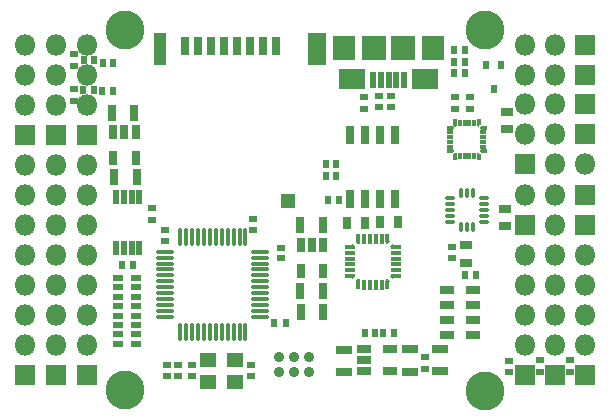
<source format=gbr>
G04 #@! TF.FileFunction,Soldermask,Bot*
%FSLAX46Y46*%
G04 Gerber Fmt 4.6, Leading zero omitted, Abs format (unit mm)*
G04 Created by KiCad (PCBNEW 4.0.7-e2-6376~58~ubuntu16.04.1) date Mon Mar 12 00:56:02 2018*
%MOMM*%
%LPD*%
G01*
G04 APERTURE LIST*
%ADD10C,0.100000*%
%ADD11R,1.800000X1.800000*%
%ADD12O,1.800000X1.800000*%
%ADD13R,0.750000X1.160000*%
%ADD14R,0.500000X1.200000*%
%ADD15R,0.550000X0.800000*%
%ADD16C,0.887400*%
%ADD17R,0.800000X1.400000*%
%ADD18R,0.700000X1.650000*%
%ADD19R,0.400000X0.800000*%
%ADD20R,0.400000X0.950000*%
%ADD21R,0.800000X0.400000*%
%ADD22R,0.950000X0.400000*%
%ADD23R,0.250000X0.400000*%
%ADD24R,0.400000X0.250000*%
%ADD25R,1.160000X0.750000*%
%ADD26R,0.860000X0.530000*%
%ADD27R,1.400000X0.800000*%
%ADD28R,1.200000X0.700000*%
%ADD29R,0.500000X0.300000*%
%ADD30R,0.600000X0.300000*%
%ADD31R,0.300000X0.500000*%
%ADD32R,0.300000X0.600000*%
%ADD33R,0.400000X0.200000*%
%ADD34R,0.200000X0.400000*%
%ADD35C,3.300000*%
%ADD36O,0.850000X0.380000*%
%ADD37O,0.850000X0.400000*%
%ADD38O,0.380000X0.850000*%
%ADD39R,2.000000X2.000000*%
%ADD40R,1.900000X2.000000*%
%ADD41R,2.200000X1.700000*%
%ADD42R,0.500000X1.450000*%
%ADD43R,1.400000X1.150000*%
%ADD44R,0.801040X1.601140*%
%ADD45R,1.601140X2.700960*%
%ADD46R,1.100760X2.700960*%
%ADD47R,1.298880X1.298880*%
%ADD48O,0.350000X1.650000*%
%ADD49O,1.650000X0.350000*%
%ADD50R,0.700000X0.600000*%
%ADD51R,0.700000X1.000000*%
%ADD52R,0.600000X0.700000*%
%ADD53R,1.000000X0.700000*%
%ADD54R,0.650000X0.600000*%
%ADD55R,0.500000X0.700000*%
%ADD56R,0.500000X0.650000*%
%ADD57R,0.700000X0.500000*%
G04 APERTURE END LIST*
D10*
D11*
X68700000Y-36500000D03*
D12*
X68700000Y-39040000D03*
D11*
X63600000Y-36500000D03*
D12*
X63600000Y-39040000D03*
D11*
X21300000Y-28900000D03*
D12*
X21300000Y-26360000D03*
X21300000Y-23820000D03*
X21300000Y-21280000D03*
D11*
X23900000Y-28900000D03*
D12*
X23900000Y-26360000D03*
X23900000Y-23820000D03*
X23900000Y-21280000D03*
D11*
X26500000Y-28900000D03*
D12*
X26500000Y-26360000D03*
X26500000Y-23820000D03*
X26500000Y-21280000D03*
D11*
X68700000Y-49200000D03*
D12*
X68700000Y-46660000D03*
X68700000Y-44120000D03*
X68700000Y-41580000D03*
D11*
X66150000Y-49200000D03*
D12*
X66150000Y-46660000D03*
X66150000Y-44120000D03*
X66150000Y-41580000D03*
X66150000Y-39040000D03*
X66150000Y-36500000D03*
D11*
X63600000Y-49200000D03*
D12*
X63600000Y-46660000D03*
X63600000Y-44120000D03*
X63600000Y-41580000D03*
D11*
X68700000Y-21300000D03*
D12*
X66160000Y-21300000D03*
X63620000Y-21300000D03*
D11*
X68700000Y-23800000D03*
D12*
X66160000Y-23800000D03*
X63620000Y-23800000D03*
D11*
X68700000Y-26300000D03*
D12*
X66160000Y-26300000D03*
X63620000Y-26300000D03*
D11*
X68700000Y-28825000D03*
D12*
X66160000Y-28825000D03*
X63620000Y-28825000D03*
D11*
X63600000Y-31400000D03*
D12*
X66140000Y-31400000D03*
X68680000Y-31400000D03*
D11*
X68700000Y-34000000D03*
D12*
X66160000Y-34000000D03*
X63620000Y-34000000D03*
D11*
X21300000Y-49200000D03*
D12*
X21300000Y-46660000D03*
X21300000Y-44120000D03*
X21300000Y-41580000D03*
X21300000Y-39040000D03*
X21300000Y-36500000D03*
X21300000Y-33960000D03*
X21300000Y-31420000D03*
D11*
X23900000Y-49200000D03*
D12*
X23900000Y-46660000D03*
X23900000Y-44120000D03*
X23900000Y-41580000D03*
X23900000Y-39040000D03*
X23900000Y-36500000D03*
X23900000Y-33960000D03*
X23900000Y-31420000D03*
D11*
X26500000Y-49200000D03*
D12*
X26500000Y-46660000D03*
X26500000Y-44120000D03*
X26500000Y-41580000D03*
X26500000Y-39040000D03*
X26500000Y-36500000D03*
X26500000Y-33960000D03*
X26500000Y-31420000D03*
D13*
X28750000Y-28700000D03*
X29700000Y-28700000D03*
X30650000Y-28700000D03*
X30650000Y-30900000D03*
X28750000Y-30900000D03*
D14*
X30975000Y-38472000D03*
X30325000Y-38472000D03*
X29675000Y-38472000D03*
X29025000Y-38472000D03*
X29025000Y-34172000D03*
X29675000Y-34172000D03*
X30325000Y-34172000D03*
X30975000Y-34172000D03*
D15*
X60325000Y-23000000D03*
X61625000Y-23000000D03*
X60975000Y-25000000D03*
D13*
X44650000Y-38241300D03*
X45600000Y-38241300D03*
X46550000Y-38241300D03*
X46550000Y-40441300D03*
X44650000Y-40441300D03*
D16*
X42760000Y-47700000D03*
X42760000Y-48970000D03*
X44030000Y-47700000D03*
X44030000Y-48970000D03*
X45300000Y-47700000D03*
X45300000Y-48970000D03*
D17*
X44650000Y-43891300D03*
X46550000Y-43891300D03*
D18*
X48795000Y-28900000D03*
X50065000Y-28900000D03*
X51335000Y-28900000D03*
X52605000Y-28900000D03*
X52605000Y-34300000D03*
X51335000Y-34300000D03*
X50065000Y-34300000D03*
X48795000Y-34300000D03*
D19*
X49476622Y-37605036D03*
D20*
X49976622Y-37680036D03*
X50476622Y-37680036D03*
X50976622Y-37680036D03*
X51476622Y-37680036D03*
D19*
X51976622Y-37605036D03*
D21*
X52751622Y-38380036D03*
D22*
X52676622Y-38880036D03*
X52676622Y-39380036D03*
X52676622Y-39880036D03*
X52676622Y-40380036D03*
D21*
X52751622Y-40880036D03*
D19*
X51976622Y-41655036D03*
D20*
X51476622Y-41580036D03*
X50976622Y-41580036D03*
X50476622Y-41580036D03*
X49976622Y-41580036D03*
D19*
X49476622Y-41655036D03*
D21*
X48701622Y-40880036D03*
D22*
X48776622Y-40380036D03*
X48776622Y-39880036D03*
X48776622Y-39380036D03*
X48776622Y-38880036D03*
D21*
X48701622Y-38380036D03*
D23*
X49551622Y-37955036D03*
D10*
G36*
X49426122Y-38155036D02*
X49277122Y-37905036D01*
X49676122Y-37905036D01*
X49527122Y-38155036D01*
X49426122Y-38155036D01*
X49426122Y-38155036D01*
G37*
G36*
X51926122Y-38155036D02*
X51777122Y-37905036D01*
X52176122Y-37905036D01*
X52027122Y-38155036D01*
X51926122Y-38155036D01*
X51926122Y-38155036D01*
G37*
D23*
X51901622Y-37955036D03*
D10*
G36*
X52201622Y-38329536D02*
X52451622Y-38180536D01*
X52451622Y-38579536D01*
X52201622Y-38430536D01*
X52201622Y-38329536D01*
X52201622Y-38329536D01*
G37*
D24*
X52401622Y-38455036D03*
D10*
G36*
X52027122Y-41105036D02*
X52176122Y-41355036D01*
X51777122Y-41355036D01*
X51926122Y-41105036D01*
X52027122Y-41105036D01*
X52027122Y-41105036D01*
G37*
D23*
X51901622Y-41305036D03*
D10*
G36*
X49251622Y-40930536D02*
X49001622Y-41079536D01*
X49001622Y-40680536D01*
X49251622Y-40829536D01*
X49251622Y-40930536D01*
X49251622Y-40930536D01*
G37*
D24*
X49051622Y-40806244D03*
D10*
G36*
X49527122Y-41105036D02*
X49676122Y-41355036D01*
X49277122Y-41355036D01*
X49426122Y-41105036D01*
X49527122Y-41105036D01*
X49527122Y-41105036D01*
G37*
D23*
X49551622Y-41305036D03*
D10*
G36*
X52201622Y-40829536D02*
X52451622Y-40680536D01*
X52451622Y-41079536D01*
X52201622Y-40930536D01*
X52201622Y-40829536D01*
X52201622Y-40829536D01*
G37*
D24*
X52401622Y-40805036D03*
X49051622Y-38455036D03*
D10*
G36*
X49251622Y-38430536D02*
X49001622Y-38579536D01*
X49001622Y-38180536D01*
X49251622Y-38329536D01*
X49251622Y-38430536D01*
X49251622Y-38430536D01*
G37*
D25*
X49950000Y-48900000D03*
X49950000Y-47950000D03*
X49950000Y-47000000D03*
X52150000Y-47000000D03*
X52150000Y-48900000D03*
D26*
X29180000Y-44200000D03*
X30700000Y-44200000D03*
X29180000Y-43400000D03*
X30700000Y-43400000D03*
X29180000Y-45000000D03*
X29180000Y-42600000D03*
X30700000Y-42600000D03*
X30700000Y-45000000D03*
X29180000Y-41800000D03*
X29180000Y-41000000D03*
X29180000Y-46600000D03*
X29180000Y-45800000D03*
X30700000Y-45800000D03*
X30700000Y-46600000D03*
X30700000Y-41000000D03*
X30700000Y-41800000D03*
D27*
X56450000Y-48900000D03*
X56450000Y-47000000D03*
D28*
X59200000Y-42075000D03*
X59200000Y-43325000D03*
X59200000Y-44575000D03*
X57000000Y-44575000D03*
X57000000Y-43325000D03*
X57000000Y-42075000D03*
X59200000Y-45825000D03*
X57000000Y-45825000D03*
D29*
X57250000Y-30300000D03*
D30*
X57300000Y-29900000D03*
X57300000Y-29500000D03*
X57300000Y-29100000D03*
X57300000Y-28700000D03*
D29*
X57250000Y-28300000D03*
D31*
X57700000Y-27850000D03*
D32*
X58100000Y-27900000D03*
X58500000Y-27900000D03*
X58900000Y-27900000D03*
X59300000Y-27900000D03*
D31*
X59700000Y-27850000D03*
D29*
X60150000Y-28300000D03*
D30*
X60100000Y-28700000D03*
X60100000Y-29100000D03*
X60100000Y-29500000D03*
X60100000Y-29900000D03*
D29*
X60150000Y-30300000D03*
D31*
X59700000Y-30750000D03*
D32*
X59300000Y-30700000D03*
X58900000Y-30700000D03*
X58500000Y-30700000D03*
X58100000Y-30700000D03*
D31*
X57700000Y-30750000D03*
D10*
G36*
X57400000Y-30449500D02*
X57400000Y-30150500D01*
X57600000Y-30249500D01*
X57600000Y-30350500D01*
X57400000Y-30449500D01*
X57400000Y-30449500D01*
G37*
G36*
X57849500Y-30600000D02*
X57550500Y-30600000D01*
X57649500Y-30400000D01*
X57750500Y-30400000D01*
X57849500Y-30600000D01*
X57849500Y-30600000D01*
G37*
G36*
X59849500Y-30600000D02*
X59550500Y-30600000D01*
X59649500Y-30400000D01*
X59750500Y-30400000D01*
X59849500Y-30600000D01*
X59849500Y-30600000D01*
G37*
G36*
X60000000Y-30150500D02*
X60000000Y-30449500D01*
X59800000Y-30350500D01*
X59800000Y-30249500D01*
X60000000Y-30150500D01*
X60000000Y-30150500D01*
G37*
G36*
X60000000Y-28150500D02*
X60000000Y-28449500D01*
X59800000Y-28350500D01*
X59800000Y-28249500D01*
X60000000Y-28150500D01*
X60000000Y-28150500D01*
G37*
G36*
X59550500Y-28000000D02*
X59849500Y-28000000D01*
X59750500Y-28200000D01*
X59649500Y-28200000D01*
X59550500Y-28000000D01*
X59550500Y-28000000D01*
G37*
G36*
X57550500Y-28000000D02*
X57849500Y-28000000D01*
X57750500Y-28200000D01*
X57649500Y-28200000D01*
X57550500Y-28000000D01*
X57550500Y-28000000D01*
G37*
G36*
X57400000Y-28449500D02*
X57400000Y-28150500D01*
X57600000Y-28249500D01*
X57600000Y-28350500D01*
X57400000Y-28449500D01*
X57400000Y-28449500D01*
G37*
D33*
X57400000Y-30250000D03*
D34*
X57750000Y-30600000D03*
X59650000Y-30600000D03*
D33*
X60000000Y-30250000D03*
X60000000Y-28350000D03*
D34*
X59650000Y-28000000D03*
X57750000Y-28000000D03*
D33*
X57400000Y-28350000D03*
D35*
X60250000Y-50550000D03*
X29750000Y-50500000D03*
X60250000Y-20000000D03*
X29750000Y-20000000D03*
D36*
X60125000Y-36250000D03*
X57275000Y-34250000D03*
X57275000Y-36250000D03*
X57275000Y-35750000D03*
D37*
X57275000Y-35250000D03*
D36*
X57275000Y-34750000D03*
D38*
X58200000Y-33825000D03*
X58700000Y-33825000D03*
X59200000Y-33825000D03*
D36*
X60125000Y-34250000D03*
X60125000Y-34750000D03*
X60125000Y-35250000D03*
X60125000Y-35750000D03*
D38*
X59200000Y-36675000D03*
X58700000Y-36675000D03*
X58200000Y-36675000D03*
D39*
X50870000Y-21590000D03*
X53270000Y-21590000D03*
D40*
X55870000Y-21590000D03*
X48270000Y-21590000D03*
D41*
X55170000Y-24140000D03*
X48970000Y-24140000D03*
D42*
X50770000Y-24265000D03*
X51420000Y-24265000D03*
X52070000Y-24265000D03*
X52720000Y-24265000D03*
X53370000Y-24265000D03*
D36*
X60125000Y-36250000D03*
X57275000Y-34250000D03*
X57275000Y-36250000D03*
X57275000Y-35750000D03*
D37*
X57275000Y-35250000D03*
D36*
X57275000Y-34750000D03*
D38*
X58200000Y-33825000D03*
X58700000Y-33825000D03*
X59200000Y-33825000D03*
D36*
X60125000Y-34250000D03*
X60125000Y-34750000D03*
X60125000Y-35250000D03*
X60125000Y-35750000D03*
D38*
X59200000Y-36675000D03*
X58700000Y-36675000D03*
X58200000Y-36675000D03*
D43*
X39100000Y-49825000D03*
X36800000Y-47975000D03*
X39100000Y-47975000D03*
X36800000Y-49825000D03*
D44*
X42549460Y-21399340D03*
X41449640Y-21399340D03*
X40349820Y-21399340D03*
X39250000Y-21399340D03*
X38150180Y-21399340D03*
X37047820Y-21399340D03*
X35948000Y-21399340D03*
X34848180Y-21399340D03*
D45*
X46049580Y-21600000D03*
D46*
X32750140Y-21600000D03*
D47*
X43550220Y-34500660D03*
D48*
X39950000Y-45575000D03*
X39450000Y-45575000D03*
X38950000Y-45575000D03*
X38450000Y-45575000D03*
X37950000Y-45575000D03*
X37450000Y-45575000D03*
X36950000Y-45575000D03*
X36450000Y-45575000D03*
X35950000Y-45575000D03*
X35450000Y-45575000D03*
X34950000Y-45575000D03*
X34450000Y-45575000D03*
D49*
X33175000Y-44300000D03*
X33175000Y-43800000D03*
X33175000Y-43300000D03*
X33175000Y-42800000D03*
X33175000Y-42300000D03*
X33175000Y-41800000D03*
X33175000Y-41300000D03*
X33175000Y-40800000D03*
X33175000Y-40300000D03*
X33175000Y-39800000D03*
X33175000Y-39300000D03*
X33175000Y-38800000D03*
D48*
X34450000Y-37525000D03*
X34950000Y-37525000D03*
X35450000Y-37525000D03*
X35950000Y-37525000D03*
X36450000Y-37525000D03*
X36950000Y-37525000D03*
X37450000Y-37525000D03*
X37950000Y-37525000D03*
X38450000Y-37525000D03*
X38950000Y-37525000D03*
X39450000Y-37525000D03*
X39950000Y-37525000D03*
D49*
X41225000Y-38800000D03*
X41225000Y-39300000D03*
X41225000Y-39800000D03*
X41225000Y-40300000D03*
X41225000Y-40800000D03*
X41225000Y-41300000D03*
X41225000Y-41800000D03*
X41225000Y-42300000D03*
X41225000Y-42800000D03*
X41225000Y-43300000D03*
X41225000Y-43800000D03*
X41225000Y-44300000D03*
D27*
X48300000Y-49000000D03*
X48300000Y-47100000D03*
D17*
X44600000Y-36541300D03*
X46500000Y-36541300D03*
X28620000Y-27020000D03*
X30520000Y-27020000D03*
D50*
X55175000Y-48700000D03*
X55175000Y-47700000D03*
D27*
X53850000Y-48950000D03*
X53850000Y-47050000D03*
D17*
X44600000Y-42141300D03*
X46500000Y-42141300D03*
X28830000Y-32510000D03*
X30730000Y-32510000D03*
D51*
X48576622Y-36330036D03*
X50076622Y-36330036D03*
D52*
X47900000Y-34400000D03*
X46900000Y-34400000D03*
D51*
X51350000Y-36300000D03*
X52850000Y-36300000D03*
D50*
X49950000Y-25700000D03*
X49950000Y-26700000D03*
X25400000Y-26000000D03*
X25400000Y-25000000D03*
X25450000Y-23050000D03*
X25450000Y-22050000D03*
X33350000Y-49350000D03*
X33350000Y-48350000D03*
X33160000Y-36930000D03*
X33160000Y-37930000D03*
X40600000Y-36000000D03*
X40600000Y-37000000D03*
D52*
X43350000Y-44800000D03*
X42350000Y-44800000D03*
X59500000Y-40800000D03*
X58500000Y-40800000D03*
D50*
X34200000Y-49350000D03*
X34200000Y-48350000D03*
D53*
X58600000Y-38250000D03*
X58600000Y-39750000D03*
D50*
X57404000Y-38362000D03*
X57404000Y-39362000D03*
X40450000Y-48350000D03*
X40450000Y-49350000D03*
X35400000Y-49350000D03*
X35400000Y-48350000D03*
D53*
X61900000Y-36650000D03*
X61900000Y-35150000D03*
D54*
X32050000Y-35100000D03*
D50*
X32050000Y-36100000D03*
D53*
X62125000Y-28436000D03*
X62125000Y-26936000D03*
D50*
X57658000Y-26700000D03*
X57658000Y-25700000D03*
X58928000Y-25700000D03*
X58928000Y-26700000D03*
X64900000Y-48950000D03*
X64900000Y-47950000D03*
X62300000Y-49025000D03*
X62300000Y-48025000D03*
X67425000Y-48950000D03*
X67425000Y-47950000D03*
D55*
X51619962Y-45691318D03*
X52519962Y-45691318D03*
X50944962Y-45691318D03*
X50044962Y-45691318D03*
X57650000Y-21692000D03*
X58550000Y-21692000D03*
D56*
X27090000Y-25090000D03*
X26190000Y-25090000D03*
X27150000Y-22525000D03*
X26250000Y-22525000D03*
D57*
X51300000Y-25650000D03*
X51300000Y-26550000D03*
X52250000Y-25650000D03*
X52250000Y-26550000D03*
D55*
X27840000Y-25150000D03*
X28740000Y-25150000D03*
X27850000Y-22800000D03*
X28750000Y-22800000D03*
X46750000Y-32400000D03*
X47650000Y-32400000D03*
X46750000Y-31400000D03*
X47650000Y-31400000D03*
D57*
X43000000Y-39350000D03*
X43000000Y-38450000D03*
D55*
X57650000Y-23680642D03*
X58550000Y-23680642D03*
X58550000Y-22730642D03*
X57650000Y-22730642D03*
X29522000Y-39900000D03*
X30422000Y-39900000D03*
M02*

</source>
